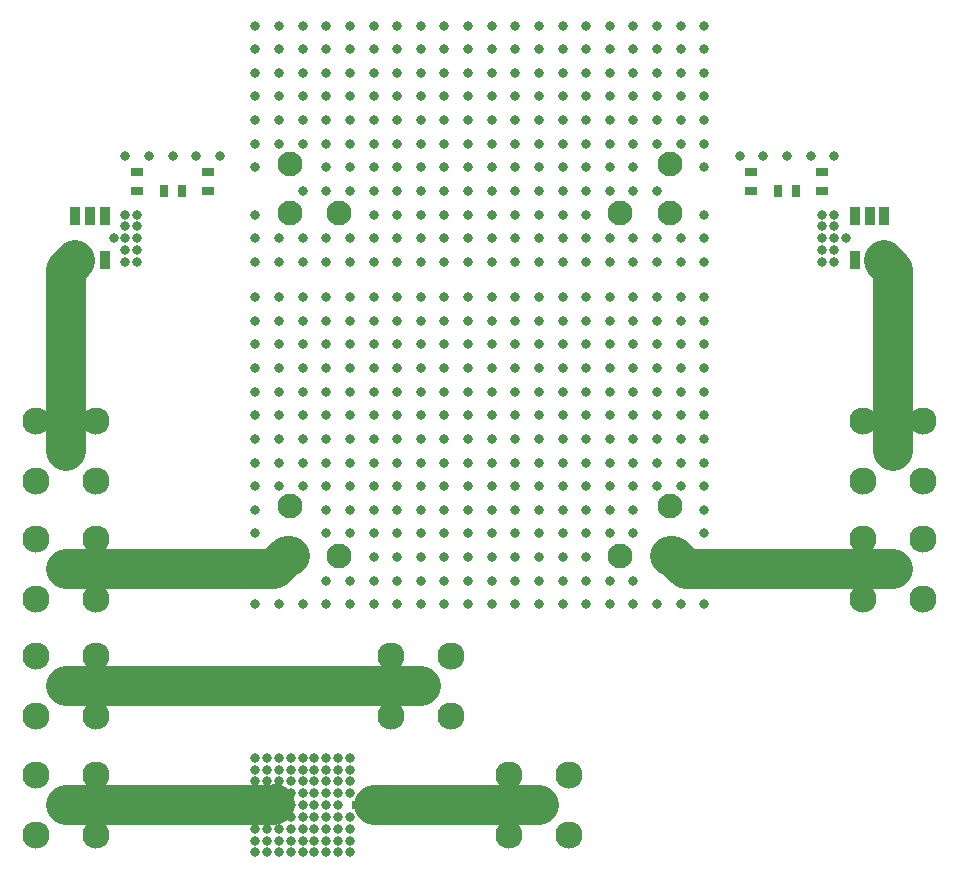
<source format=gts>
G04*
G04 #@! TF.GenerationSoftware,Altium Limited,Altium Designer,21.9.1 (22)*
G04*
G04 Layer_Color=8388736*
%FSAX44Y44*%
%MOMM*%
G71*
G04*
G04 #@! TF.SameCoordinates,DCF355C4-2513-4F3A-AF0F-06795686F610*
G04*
G04*
G04 #@! TF.FilePolarity,Negative*
G04*
G01*
G75*
%ADD14R,1.0500X0.7000*%
%ADD15R,0.8600X1.5000*%
%ADD16R,0.7000X1.0500*%
%ADD17R,0.6500X0.6500*%
%ADD18C,3.3870*%
%ADD19C,2.1000*%
%ADD20C,2.3000*%
%ADD21C,1.7000*%
%ADD22C,0.8000*%
D14*
X00130000Y00590250D02*
D03*
Y00605750D02*
D03*
X00650000Y00590250D02*
D03*
Y00605750D02*
D03*
X00190000Y00590250D02*
D03*
Y00605750D02*
D03*
X00710000Y00590250D02*
D03*
Y00605750D02*
D03*
D15*
X00762500Y00568700D02*
D03*
X00750000D02*
D03*
X00737500D02*
D03*
Y00531300D02*
D03*
X00762500D02*
D03*
X00102500Y00568700D02*
D03*
X00090000D02*
D03*
X00077500D02*
D03*
Y00531300D02*
D03*
X00102500D02*
D03*
D16*
X00672250Y00590000D02*
D03*
X00687750D02*
D03*
X00152250D02*
D03*
X00167750D02*
D03*
D17*
X00324500Y00070000D02*
D03*
X00315500D02*
D03*
D18*
X00762500Y00530800D02*
Y00531300D01*
X00770000Y00370000D02*
Y00523300D01*
X00762500Y00530800D02*
X00770000Y00523300D01*
X00070000D02*
X00077500Y00530800D01*
X00070000Y00370000D02*
Y00523300D01*
X00077500Y00530800D02*
Y00531300D01*
X00583625Y00281000D02*
X00594625Y00270000D01*
X00770000D01*
X00581000Y00281000D02*
X00583625D01*
X00070000Y00270000D02*
X00245375D01*
X00256375Y00281000D01*
X00259000D01*
X00070000Y00070000D02*
X00246000D01*
X00247000Y00071000D01*
X00330000Y00070000D02*
X00470000D01*
X00070000Y00170800D02*
X00370000D01*
D19*
X00581000Y00571000D02*
D03*
Y00613000D02*
D03*
X00539000Y00571000D02*
D03*
X00301000D02*
D03*
X00259000Y00613000D02*
D03*
Y00571000D02*
D03*
X00581000Y00281000D02*
D03*
Y00323000D02*
D03*
X00539000Y00281000D02*
D03*
X00301000D02*
D03*
X00259000Y00323000D02*
D03*
Y00281000D02*
D03*
D20*
X00744600Y00395400D02*
D03*
X00795400D02*
D03*
Y00344600D02*
D03*
X00744600D02*
D03*
X00044600Y00395400D02*
D03*
X00095400D02*
D03*
Y00344600D02*
D03*
X00044600D02*
D03*
X00744600Y00295400D02*
D03*
X00795400D02*
D03*
Y00244600D02*
D03*
X00744600D02*
D03*
X00044600Y00095400D02*
D03*
X00095400D02*
D03*
Y00044600D02*
D03*
X00044600D02*
D03*
X00344600Y00196200D02*
D03*
X00395400D02*
D03*
Y00145400D02*
D03*
X00344600D02*
D03*
X00495400Y00044600D02*
D03*
X00444600D02*
D03*
Y00095400D02*
D03*
X00495400D02*
D03*
X00044600Y00295400D02*
D03*
X00095400D02*
D03*
Y00244600D02*
D03*
X00044600D02*
D03*
X00044600Y00196200D02*
D03*
X00095400D02*
D03*
Y00145400D02*
D03*
X00044600D02*
D03*
D21*
X00770000Y00370000D02*
D03*
X00070000D02*
D03*
X00770000Y00270000D02*
D03*
X00070000Y00070000D02*
D03*
X00370000Y00170800D02*
D03*
X00470000Y00070000D02*
D03*
X00070000Y00270000D02*
D03*
X00070000Y00170800D02*
D03*
D22*
X00720000Y00620000D02*
D03*
X00700000D02*
D03*
X00680000D02*
D03*
X00660000D02*
D03*
X00640000D02*
D03*
X00200000D02*
D03*
X00180000D02*
D03*
X00160000D02*
D03*
X00140000D02*
D03*
X00120000D02*
D03*
X00570000Y00590000D02*
D03*
X00450000Y00570000D02*
D03*
X00470000D02*
D03*
X00490000D02*
D03*
X00510000D02*
D03*
X00370000D02*
D03*
X00390000D02*
D03*
X00410000D02*
D03*
X00430000D02*
D03*
X00330000D02*
D03*
X00350000D02*
D03*
X00270000Y00590000D02*
D03*
X00230000Y00610000D02*
D03*
Y00570000D02*
D03*
X00610000D02*
D03*
Y00610000D02*
D03*
X00530000Y00590000D02*
D03*
X00550000D02*
D03*
X00530000Y00610000D02*
D03*
X00550000D02*
D03*
X00350000D02*
D03*
X00330000D02*
D03*
X00310000D02*
D03*
X00290000D02*
D03*
X00350000Y00590000D02*
D03*
X00330000D02*
D03*
X00310000D02*
D03*
X00290000D02*
D03*
X00430000Y00610000D02*
D03*
X00410000D02*
D03*
X00390000D02*
D03*
X00370000D02*
D03*
X00430000Y00590000D02*
D03*
X00410000D02*
D03*
X00390000D02*
D03*
X00370000D02*
D03*
X00510000Y00610000D02*
D03*
X00490000D02*
D03*
X00470000D02*
D03*
X00450000D02*
D03*
X00510000Y00590000D02*
D03*
X00490000D02*
D03*
X00470000D02*
D03*
X00450000D02*
D03*
X00610000Y00300000D02*
D03*
Y00320000D02*
D03*
X00230000Y00300000D02*
D03*
Y00320000D02*
D03*
X00290000Y00260000D02*
D03*
X00310000D02*
D03*
X00530000D02*
D03*
X00550000D02*
D03*
X00510000Y00280000D02*
D03*
Y00260000D02*
D03*
X00490000Y00280000D02*
D03*
Y00260000D02*
D03*
X00550000Y00320000D02*
D03*
Y00300000D02*
D03*
X00530000Y00320000D02*
D03*
Y00300000D02*
D03*
X00410000Y00260000D02*
D03*
X00430000D02*
D03*
X00450000D02*
D03*
X00470000D02*
D03*
X00410000Y00280000D02*
D03*
X00430000D02*
D03*
X00450000D02*
D03*
X00470000D02*
D03*
X00330000Y00260000D02*
D03*
X00350000D02*
D03*
X00370000D02*
D03*
X00390000D02*
D03*
X00330000Y00280000D02*
D03*
X00350000D02*
D03*
X00370000D02*
D03*
X00390000D02*
D03*
X00450000Y00300000D02*
D03*
X00470000D02*
D03*
X00490000D02*
D03*
X00510000D02*
D03*
X00450000Y00320000D02*
D03*
X00470000D02*
D03*
X00490000D02*
D03*
X00510000D02*
D03*
X00370000Y00300000D02*
D03*
X00390000D02*
D03*
X00410000D02*
D03*
X00430000D02*
D03*
X00370000Y00320000D02*
D03*
X00390000D02*
D03*
X00410000D02*
D03*
X00430000D02*
D03*
X00290000Y00300000D02*
D03*
X00310000D02*
D03*
X00330000D02*
D03*
X00350000D02*
D03*
X00290000Y00320000D02*
D03*
X00310000D02*
D03*
X00330000D02*
D03*
X00350000D02*
D03*
X00230000Y00730000D02*
D03*
X00250000D02*
D03*
X00270000D02*
D03*
X00290000D02*
D03*
X00310000D02*
D03*
X00410000D02*
D03*
X00390000D02*
D03*
X00370000D02*
D03*
X00350000D02*
D03*
X00330000D02*
D03*
X00530000D02*
D03*
X00550000D02*
D03*
X00570000D02*
D03*
X00590000D02*
D03*
X00610000D02*
D03*
X00510000D02*
D03*
X00490000D02*
D03*
X00470000D02*
D03*
X00450000D02*
D03*
X00430000D02*
D03*
X00230000Y00710000D02*
D03*
X00250000D02*
D03*
X00270000D02*
D03*
X00290000D02*
D03*
X00310000D02*
D03*
X00410000D02*
D03*
X00390000D02*
D03*
X00370000D02*
D03*
X00350000D02*
D03*
X00330000D02*
D03*
X00530000D02*
D03*
X00550000D02*
D03*
X00570000D02*
D03*
X00590000D02*
D03*
X00610000D02*
D03*
X00510000D02*
D03*
X00490000D02*
D03*
X00470000D02*
D03*
X00450000D02*
D03*
X00430000D02*
D03*
X00230000Y00690000D02*
D03*
X00250000D02*
D03*
X00270000D02*
D03*
X00290000D02*
D03*
X00310000D02*
D03*
X00410000D02*
D03*
X00390000D02*
D03*
X00370000D02*
D03*
X00350000D02*
D03*
X00330000D02*
D03*
X00530000D02*
D03*
X00550000D02*
D03*
X00570000D02*
D03*
X00590000D02*
D03*
X00610000D02*
D03*
X00510000D02*
D03*
X00490000D02*
D03*
X00470000D02*
D03*
X00450000D02*
D03*
X00430000D02*
D03*
X00230000Y00670000D02*
D03*
X00250000D02*
D03*
X00270000D02*
D03*
X00290000D02*
D03*
X00310000D02*
D03*
X00410000D02*
D03*
X00390000D02*
D03*
X00370000D02*
D03*
X00350000D02*
D03*
X00330000D02*
D03*
X00530000D02*
D03*
X00550000D02*
D03*
X00570000D02*
D03*
X00590000D02*
D03*
X00610000D02*
D03*
X00510000D02*
D03*
X00490000D02*
D03*
X00470000D02*
D03*
X00450000D02*
D03*
X00430000D02*
D03*
X00230000Y00650000D02*
D03*
X00250000D02*
D03*
X00270000D02*
D03*
X00290000D02*
D03*
X00310000D02*
D03*
X00410000D02*
D03*
X00390000D02*
D03*
X00370000D02*
D03*
X00350000D02*
D03*
X00330000D02*
D03*
X00530000D02*
D03*
X00550000D02*
D03*
X00570000D02*
D03*
X00590000D02*
D03*
X00610000D02*
D03*
X00510000D02*
D03*
X00490000D02*
D03*
X00470000D02*
D03*
X00450000D02*
D03*
X00430000D02*
D03*
X00230000Y00630000D02*
D03*
X00250000D02*
D03*
X00270000D02*
D03*
X00290000D02*
D03*
X00310000D02*
D03*
X00410000D02*
D03*
X00390000D02*
D03*
X00370000D02*
D03*
X00350000D02*
D03*
X00330000D02*
D03*
X00530000D02*
D03*
X00550000D02*
D03*
X00570000D02*
D03*
X00590000D02*
D03*
X00610000D02*
D03*
X00510000D02*
D03*
X00490000D02*
D03*
X00470000D02*
D03*
X00450000D02*
D03*
X00430000D02*
D03*
X00230000Y00550000D02*
D03*
X00250000D02*
D03*
X00270000D02*
D03*
X00290000D02*
D03*
X00310000D02*
D03*
X00410000D02*
D03*
X00390000D02*
D03*
X00370000D02*
D03*
X00350000D02*
D03*
X00330000D02*
D03*
X00530000D02*
D03*
X00550000D02*
D03*
X00570000D02*
D03*
X00590000D02*
D03*
X00610000D02*
D03*
X00510000D02*
D03*
X00490000D02*
D03*
X00470000D02*
D03*
X00450000D02*
D03*
X00430000D02*
D03*
X00230000Y00530000D02*
D03*
X00250000D02*
D03*
X00270000D02*
D03*
X00290000D02*
D03*
X00310000D02*
D03*
X00410000D02*
D03*
X00390000D02*
D03*
X00370000D02*
D03*
X00350000D02*
D03*
X00330000D02*
D03*
X00530000D02*
D03*
X00550000D02*
D03*
X00570000D02*
D03*
X00590000D02*
D03*
X00610000D02*
D03*
X00510000D02*
D03*
X00490000D02*
D03*
X00470000D02*
D03*
X00450000D02*
D03*
X00430000D02*
D03*
X00230000Y00500000D02*
D03*
X00250000D02*
D03*
X00270000D02*
D03*
X00290000D02*
D03*
X00310000D02*
D03*
X00410000D02*
D03*
X00390000D02*
D03*
X00370000D02*
D03*
X00350000D02*
D03*
X00330000D02*
D03*
X00530000D02*
D03*
X00550000D02*
D03*
X00570000D02*
D03*
X00590000D02*
D03*
X00610000D02*
D03*
X00510000D02*
D03*
X00490000D02*
D03*
X00470000D02*
D03*
X00450000D02*
D03*
X00430000D02*
D03*
X00230000Y00480000D02*
D03*
X00250000D02*
D03*
X00270000D02*
D03*
X00290000D02*
D03*
X00310000D02*
D03*
X00410000D02*
D03*
X00390000D02*
D03*
X00370000D02*
D03*
X00350000D02*
D03*
X00330000D02*
D03*
X00530000D02*
D03*
X00550000D02*
D03*
X00570000D02*
D03*
X00590000D02*
D03*
X00610000D02*
D03*
X00510000D02*
D03*
X00490000D02*
D03*
X00470000D02*
D03*
X00450000D02*
D03*
X00430000D02*
D03*
X00230000Y00460000D02*
D03*
X00250000D02*
D03*
X00270000D02*
D03*
X00290000D02*
D03*
X00310000D02*
D03*
X00410000D02*
D03*
X00390000D02*
D03*
X00370000D02*
D03*
X00350000D02*
D03*
X00330000D02*
D03*
X00530000D02*
D03*
X00550000D02*
D03*
X00570000D02*
D03*
X00590000D02*
D03*
X00610000D02*
D03*
X00510000D02*
D03*
X00490000D02*
D03*
X00470000D02*
D03*
X00450000D02*
D03*
X00430000D02*
D03*
X00230000Y00440000D02*
D03*
X00250000D02*
D03*
X00270000D02*
D03*
X00290000D02*
D03*
X00310000D02*
D03*
X00410000D02*
D03*
X00390000D02*
D03*
X00370000D02*
D03*
X00350000D02*
D03*
X00330000D02*
D03*
X00530000D02*
D03*
X00550000D02*
D03*
X00570000D02*
D03*
X00590000D02*
D03*
X00610000D02*
D03*
X00510000D02*
D03*
X00490000D02*
D03*
X00470000D02*
D03*
X00450000D02*
D03*
X00430000D02*
D03*
X00230000Y00420000D02*
D03*
X00250000D02*
D03*
X00270000D02*
D03*
X00290000D02*
D03*
X00310000D02*
D03*
X00410000D02*
D03*
X00390000D02*
D03*
X00370000D02*
D03*
X00350000D02*
D03*
X00330000D02*
D03*
X00530000D02*
D03*
X00550000D02*
D03*
X00570000D02*
D03*
X00590000D02*
D03*
X00610000D02*
D03*
X00510000D02*
D03*
X00490000D02*
D03*
X00470000D02*
D03*
X00450000D02*
D03*
X00430000D02*
D03*
X00230000Y00400000D02*
D03*
X00250000D02*
D03*
X00270000D02*
D03*
X00290000D02*
D03*
X00310000D02*
D03*
X00410000D02*
D03*
X00390000D02*
D03*
X00370000D02*
D03*
X00350000D02*
D03*
X00330000D02*
D03*
X00530000D02*
D03*
X00550000D02*
D03*
X00570000D02*
D03*
X00590000D02*
D03*
X00610000D02*
D03*
X00510000D02*
D03*
X00490000D02*
D03*
X00470000D02*
D03*
X00450000D02*
D03*
X00430000D02*
D03*
X00230000Y00380000D02*
D03*
X00250000D02*
D03*
X00270000D02*
D03*
X00290000D02*
D03*
X00310000D02*
D03*
X00410000D02*
D03*
X00390000D02*
D03*
X00370000D02*
D03*
X00350000D02*
D03*
X00330000D02*
D03*
X00530000D02*
D03*
X00550000D02*
D03*
X00570000D02*
D03*
X00590000D02*
D03*
X00610000D02*
D03*
X00510000D02*
D03*
X00490000D02*
D03*
X00470000D02*
D03*
X00450000D02*
D03*
X00430000D02*
D03*
X00230000Y00360000D02*
D03*
X00250000D02*
D03*
X00270000D02*
D03*
X00290000D02*
D03*
X00310000D02*
D03*
X00410000D02*
D03*
X00390000D02*
D03*
X00370000D02*
D03*
X00350000D02*
D03*
X00330000D02*
D03*
X00530000D02*
D03*
X00550000D02*
D03*
X00570000D02*
D03*
X00590000D02*
D03*
X00610000D02*
D03*
X00510000D02*
D03*
X00490000D02*
D03*
X00470000D02*
D03*
X00450000D02*
D03*
X00430000D02*
D03*
X00230000Y00340000D02*
D03*
X00250000D02*
D03*
X00270000D02*
D03*
X00290000D02*
D03*
X00310000D02*
D03*
X00410000D02*
D03*
X00390000D02*
D03*
X00370000D02*
D03*
X00350000D02*
D03*
X00330000D02*
D03*
X00530000D02*
D03*
X00550000D02*
D03*
X00570000D02*
D03*
X00590000D02*
D03*
X00610000D02*
D03*
X00510000D02*
D03*
X00490000D02*
D03*
X00470000D02*
D03*
X00450000D02*
D03*
X00430000D02*
D03*
Y00240000D02*
D03*
X00450000D02*
D03*
X00470000D02*
D03*
X00490000D02*
D03*
X00510000D02*
D03*
X00610000D02*
D03*
X00590000D02*
D03*
X00570000D02*
D03*
X00550000D02*
D03*
X00530000D02*
D03*
X00330000D02*
D03*
X00350000D02*
D03*
X00370000D02*
D03*
X00390000D02*
D03*
X00410000D02*
D03*
X00310000D02*
D03*
X00290000D02*
D03*
X00270000D02*
D03*
X00250000D02*
D03*
X00230000D02*
D03*
X00110000Y00550000D02*
D03*
X00120000D02*
D03*
Y00560000D02*
D03*
Y00570000D02*
D03*
Y00540000D02*
D03*
Y00530000D02*
D03*
X00130000D02*
D03*
Y00550000D02*
D03*
Y00570000D02*
D03*
Y00560000D02*
D03*
Y00540000D02*
D03*
X00710000D02*
D03*
Y00560000D02*
D03*
Y00570000D02*
D03*
Y00550000D02*
D03*
Y00530000D02*
D03*
X00720000D02*
D03*
Y00540000D02*
D03*
Y00570000D02*
D03*
Y00560000D02*
D03*
Y00550000D02*
D03*
X00730000D02*
D03*
X00310000Y00060000D02*
D03*
Y00030000D02*
D03*
Y00040000D02*
D03*
Y00050000D02*
D03*
X00300000Y00070000D02*
D03*
Y00080000D02*
D03*
Y00090000D02*
D03*
Y00100000D02*
D03*
Y00060000D02*
D03*
Y00050000D02*
D03*
Y00040000D02*
D03*
Y00030000D02*
D03*
X00290000Y00070000D02*
D03*
Y00080000D02*
D03*
Y00090000D02*
D03*
Y00100000D02*
D03*
Y00060000D02*
D03*
Y00050000D02*
D03*
Y00040000D02*
D03*
Y00030000D02*
D03*
X00280000Y00070000D02*
D03*
Y00080000D02*
D03*
Y00090000D02*
D03*
Y00100000D02*
D03*
Y00060000D02*
D03*
Y00050000D02*
D03*
Y00040000D02*
D03*
Y00030000D02*
D03*
X00270000Y00070000D02*
D03*
Y00080000D02*
D03*
Y00090000D02*
D03*
Y00100000D02*
D03*
Y00060000D02*
D03*
Y00050000D02*
D03*
Y00040000D02*
D03*
Y00030000D02*
D03*
X00260000Y00070000D02*
D03*
Y00080000D02*
D03*
Y00090000D02*
D03*
Y00100000D02*
D03*
Y00060000D02*
D03*
Y00050000D02*
D03*
Y00040000D02*
D03*
Y00030000D02*
D03*
X00250000Y00070000D02*
D03*
Y00080000D02*
D03*
Y00090000D02*
D03*
Y00100000D02*
D03*
Y00060000D02*
D03*
Y00050000D02*
D03*
Y00040000D02*
D03*
Y00030000D02*
D03*
X00240000Y00070000D02*
D03*
Y00080000D02*
D03*
Y00090000D02*
D03*
Y00100000D02*
D03*
Y00060000D02*
D03*
Y00050000D02*
D03*
Y00040000D02*
D03*
Y00030000D02*
D03*
X00230000D02*
D03*
Y00040000D02*
D03*
Y00050000D02*
D03*
Y00060000D02*
D03*
X00310000Y00100000D02*
D03*
Y00090000D02*
D03*
Y00080000D02*
D03*
Y00110000D02*
D03*
X00290000D02*
D03*
X00300000D02*
D03*
X00270000D02*
D03*
X00280000D02*
D03*
X00260000D02*
D03*
X00250000D02*
D03*
X00240000D02*
D03*
X00230000D02*
D03*
Y00100000D02*
D03*
Y00090000D02*
D03*
Y00080000D02*
D03*
Y00070000D02*
D03*
M02*

</source>
